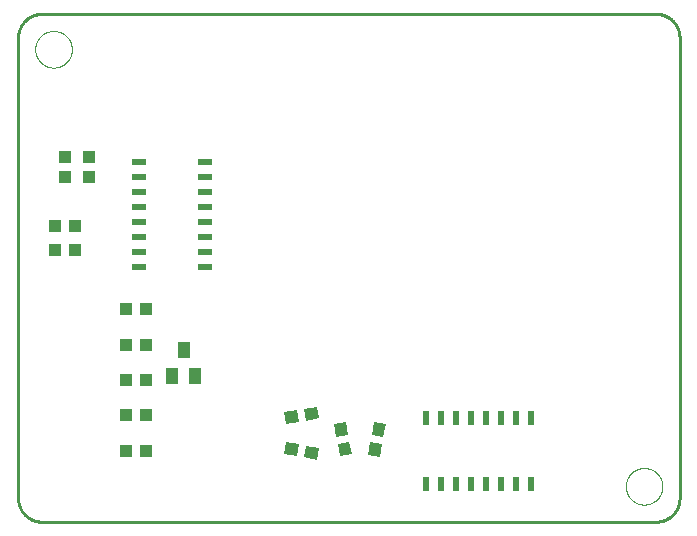
<source format=gbp>
G75*
%MOIN*%
%OFA0B0*%
%FSLAX25Y25*%
%IPPOS*%
%LPD*%
%AMOC8*
5,1,8,0,0,1.08239X$1,22.5*
%
%ADD10C,0.01000*%
%ADD11C,0.00000*%
%ADD12R,0.04331X0.03937*%
%ADD13R,0.03937X0.04331*%
%ADD14R,0.03937X0.05512*%
%ADD15R,0.04724X0.02362*%
%ADD16R,0.02362X0.04724*%
D10*
X0009374Y0001500D02*
X0214098Y0001500D01*
X0214288Y0001502D01*
X0214478Y0001509D01*
X0214668Y0001521D01*
X0214858Y0001537D01*
X0215047Y0001557D01*
X0215236Y0001583D01*
X0215424Y0001612D01*
X0215611Y0001647D01*
X0215797Y0001686D01*
X0215982Y0001729D01*
X0216167Y0001777D01*
X0216350Y0001829D01*
X0216531Y0001885D01*
X0216711Y0001946D01*
X0216890Y0002012D01*
X0217067Y0002081D01*
X0217243Y0002155D01*
X0217416Y0002233D01*
X0217588Y0002316D01*
X0217757Y0002402D01*
X0217925Y0002492D01*
X0218090Y0002587D01*
X0218253Y0002685D01*
X0218413Y0002788D01*
X0218571Y0002894D01*
X0218726Y0003004D01*
X0218879Y0003117D01*
X0219029Y0003235D01*
X0219175Y0003356D01*
X0219319Y0003480D01*
X0219460Y0003608D01*
X0219598Y0003739D01*
X0219733Y0003874D01*
X0219864Y0004012D01*
X0219992Y0004153D01*
X0220116Y0004297D01*
X0220237Y0004443D01*
X0220355Y0004593D01*
X0220468Y0004746D01*
X0220578Y0004901D01*
X0220684Y0005059D01*
X0220787Y0005219D01*
X0220885Y0005382D01*
X0220980Y0005547D01*
X0221070Y0005715D01*
X0221156Y0005884D01*
X0221239Y0006056D01*
X0221317Y0006229D01*
X0221391Y0006405D01*
X0221460Y0006582D01*
X0221526Y0006761D01*
X0221587Y0006941D01*
X0221643Y0007122D01*
X0221695Y0007305D01*
X0221743Y0007490D01*
X0221786Y0007675D01*
X0221825Y0007861D01*
X0221860Y0008048D01*
X0221889Y0008236D01*
X0221915Y0008425D01*
X0221935Y0008614D01*
X0221951Y0008804D01*
X0221963Y0008994D01*
X0221970Y0009184D01*
X0221972Y0009374D01*
X0221972Y0162917D01*
X0221970Y0163107D01*
X0221963Y0163297D01*
X0221951Y0163487D01*
X0221935Y0163677D01*
X0221915Y0163866D01*
X0221889Y0164055D01*
X0221860Y0164243D01*
X0221825Y0164430D01*
X0221786Y0164616D01*
X0221743Y0164801D01*
X0221695Y0164986D01*
X0221643Y0165169D01*
X0221587Y0165350D01*
X0221526Y0165530D01*
X0221460Y0165709D01*
X0221391Y0165886D01*
X0221317Y0166062D01*
X0221239Y0166235D01*
X0221156Y0166407D01*
X0221070Y0166576D01*
X0220980Y0166744D01*
X0220885Y0166909D01*
X0220787Y0167072D01*
X0220684Y0167232D01*
X0220578Y0167390D01*
X0220468Y0167545D01*
X0220355Y0167698D01*
X0220237Y0167848D01*
X0220116Y0167994D01*
X0219992Y0168138D01*
X0219864Y0168279D01*
X0219733Y0168417D01*
X0219598Y0168552D01*
X0219460Y0168683D01*
X0219319Y0168811D01*
X0219175Y0168935D01*
X0219029Y0169056D01*
X0218879Y0169174D01*
X0218726Y0169287D01*
X0218571Y0169397D01*
X0218413Y0169503D01*
X0218253Y0169606D01*
X0218090Y0169704D01*
X0217925Y0169799D01*
X0217757Y0169889D01*
X0217588Y0169975D01*
X0217416Y0170058D01*
X0217243Y0170136D01*
X0217067Y0170210D01*
X0216890Y0170279D01*
X0216711Y0170345D01*
X0216531Y0170406D01*
X0216350Y0170462D01*
X0216167Y0170514D01*
X0215982Y0170562D01*
X0215797Y0170605D01*
X0215611Y0170644D01*
X0215424Y0170679D01*
X0215236Y0170708D01*
X0215047Y0170734D01*
X0214858Y0170754D01*
X0214668Y0170770D01*
X0214478Y0170782D01*
X0214288Y0170789D01*
X0214098Y0170791D01*
X0009374Y0170791D01*
X0009184Y0170789D01*
X0008994Y0170782D01*
X0008804Y0170770D01*
X0008614Y0170754D01*
X0008425Y0170734D01*
X0008236Y0170708D01*
X0008048Y0170679D01*
X0007861Y0170644D01*
X0007675Y0170605D01*
X0007490Y0170562D01*
X0007305Y0170514D01*
X0007122Y0170462D01*
X0006941Y0170406D01*
X0006761Y0170345D01*
X0006582Y0170279D01*
X0006405Y0170210D01*
X0006229Y0170136D01*
X0006056Y0170058D01*
X0005884Y0169975D01*
X0005715Y0169889D01*
X0005547Y0169799D01*
X0005382Y0169704D01*
X0005219Y0169606D01*
X0005059Y0169503D01*
X0004901Y0169397D01*
X0004746Y0169287D01*
X0004593Y0169174D01*
X0004443Y0169056D01*
X0004297Y0168935D01*
X0004153Y0168811D01*
X0004012Y0168683D01*
X0003874Y0168552D01*
X0003739Y0168417D01*
X0003608Y0168279D01*
X0003480Y0168138D01*
X0003356Y0167994D01*
X0003235Y0167848D01*
X0003117Y0167698D01*
X0003004Y0167545D01*
X0002894Y0167390D01*
X0002788Y0167232D01*
X0002685Y0167072D01*
X0002587Y0166909D01*
X0002492Y0166744D01*
X0002402Y0166576D01*
X0002316Y0166407D01*
X0002233Y0166235D01*
X0002155Y0166062D01*
X0002081Y0165886D01*
X0002012Y0165709D01*
X0001946Y0165530D01*
X0001885Y0165350D01*
X0001829Y0165169D01*
X0001777Y0164986D01*
X0001729Y0164801D01*
X0001686Y0164616D01*
X0001647Y0164430D01*
X0001612Y0164243D01*
X0001583Y0164055D01*
X0001557Y0163866D01*
X0001537Y0163677D01*
X0001521Y0163487D01*
X0001509Y0163297D01*
X0001502Y0163107D01*
X0001500Y0162917D01*
X0001500Y0009374D01*
X0001502Y0009184D01*
X0001509Y0008994D01*
X0001521Y0008804D01*
X0001537Y0008614D01*
X0001557Y0008425D01*
X0001583Y0008236D01*
X0001612Y0008048D01*
X0001647Y0007861D01*
X0001686Y0007675D01*
X0001729Y0007490D01*
X0001777Y0007305D01*
X0001829Y0007122D01*
X0001885Y0006941D01*
X0001946Y0006761D01*
X0002012Y0006582D01*
X0002081Y0006405D01*
X0002155Y0006229D01*
X0002233Y0006056D01*
X0002316Y0005884D01*
X0002402Y0005715D01*
X0002492Y0005547D01*
X0002587Y0005382D01*
X0002685Y0005219D01*
X0002788Y0005059D01*
X0002894Y0004901D01*
X0003004Y0004746D01*
X0003117Y0004593D01*
X0003235Y0004443D01*
X0003356Y0004297D01*
X0003480Y0004153D01*
X0003608Y0004012D01*
X0003739Y0003874D01*
X0003874Y0003739D01*
X0004012Y0003608D01*
X0004153Y0003480D01*
X0004297Y0003356D01*
X0004443Y0003235D01*
X0004593Y0003117D01*
X0004746Y0003004D01*
X0004901Y0002894D01*
X0005059Y0002788D01*
X0005219Y0002685D01*
X0005382Y0002587D01*
X0005547Y0002492D01*
X0005715Y0002402D01*
X0005884Y0002316D01*
X0006056Y0002233D01*
X0006229Y0002155D01*
X0006405Y0002081D01*
X0006582Y0002012D01*
X0006761Y0001946D01*
X0006941Y0001885D01*
X0007122Y0001829D01*
X0007305Y0001777D01*
X0007490Y0001729D01*
X0007675Y0001686D01*
X0007861Y0001647D01*
X0008048Y0001612D01*
X0008236Y0001583D01*
X0008425Y0001557D01*
X0008614Y0001537D01*
X0008804Y0001521D01*
X0008994Y0001509D01*
X0009184Y0001502D01*
X0009374Y0001500D01*
D11*
X0204059Y0013311D02*
X0204061Y0013467D01*
X0204067Y0013623D01*
X0204077Y0013778D01*
X0204091Y0013933D01*
X0204109Y0014088D01*
X0204131Y0014242D01*
X0204156Y0014396D01*
X0204186Y0014549D01*
X0204220Y0014701D01*
X0204257Y0014853D01*
X0204298Y0015003D01*
X0204343Y0015152D01*
X0204392Y0015300D01*
X0204445Y0015447D01*
X0204501Y0015592D01*
X0204561Y0015736D01*
X0204625Y0015878D01*
X0204693Y0016019D01*
X0204764Y0016157D01*
X0204838Y0016294D01*
X0204916Y0016429D01*
X0204997Y0016562D01*
X0205082Y0016693D01*
X0205170Y0016822D01*
X0205261Y0016948D01*
X0205356Y0017072D01*
X0205453Y0017193D01*
X0205554Y0017312D01*
X0205658Y0017429D01*
X0205764Y0017542D01*
X0205874Y0017653D01*
X0205986Y0017761D01*
X0206101Y0017866D01*
X0206219Y0017969D01*
X0206339Y0018068D01*
X0206462Y0018164D01*
X0206587Y0018257D01*
X0206714Y0018346D01*
X0206844Y0018433D01*
X0206976Y0018516D01*
X0207110Y0018595D01*
X0207246Y0018672D01*
X0207384Y0018744D01*
X0207523Y0018814D01*
X0207665Y0018879D01*
X0207808Y0018941D01*
X0207952Y0018999D01*
X0208098Y0019054D01*
X0208246Y0019105D01*
X0208394Y0019152D01*
X0208544Y0019195D01*
X0208695Y0019234D01*
X0208847Y0019270D01*
X0208999Y0019301D01*
X0209153Y0019329D01*
X0209307Y0019353D01*
X0209461Y0019373D01*
X0209616Y0019389D01*
X0209772Y0019401D01*
X0209927Y0019409D01*
X0210083Y0019413D01*
X0210239Y0019413D01*
X0210395Y0019409D01*
X0210550Y0019401D01*
X0210706Y0019389D01*
X0210861Y0019373D01*
X0211015Y0019353D01*
X0211169Y0019329D01*
X0211323Y0019301D01*
X0211475Y0019270D01*
X0211627Y0019234D01*
X0211778Y0019195D01*
X0211928Y0019152D01*
X0212076Y0019105D01*
X0212224Y0019054D01*
X0212370Y0018999D01*
X0212514Y0018941D01*
X0212657Y0018879D01*
X0212799Y0018814D01*
X0212938Y0018744D01*
X0213076Y0018672D01*
X0213212Y0018595D01*
X0213346Y0018516D01*
X0213478Y0018433D01*
X0213608Y0018346D01*
X0213735Y0018257D01*
X0213860Y0018164D01*
X0213983Y0018068D01*
X0214103Y0017969D01*
X0214221Y0017866D01*
X0214336Y0017761D01*
X0214448Y0017653D01*
X0214558Y0017542D01*
X0214664Y0017429D01*
X0214768Y0017312D01*
X0214869Y0017193D01*
X0214966Y0017072D01*
X0215061Y0016948D01*
X0215152Y0016822D01*
X0215240Y0016693D01*
X0215325Y0016562D01*
X0215406Y0016429D01*
X0215484Y0016294D01*
X0215558Y0016157D01*
X0215629Y0016019D01*
X0215697Y0015878D01*
X0215761Y0015736D01*
X0215821Y0015592D01*
X0215877Y0015447D01*
X0215930Y0015300D01*
X0215979Y0015152D01*
X0216024Y0015003D01*
X0216065Y0014853D01*
X0216102Y0014701D01*
X0216136Y0014549D01*
X0216166Y0014396D01*
X0216191Y0014242D01*
X0216213Y0014088D01*
X0216231Y0013933D01*
X0216245Y0013778D01*
X0216255Y0013623D01*
X0216261Y0013467D01*
X0216263Y0013311D01*
X0216261Y0013155D01*
X0216255Y0012999D01*
X0216245Y0012844D01*
X0216231Y0012689D01*
X0216213Y0012534D01*
X0216191Y0012380D01*
X0216166Y0012226D01*
X0216136Y0012073D01*
X0216102Y0011921D01*
X0216065Y0011769D01*
X0216024Y0011619D01*
X0215979Y0011470D01*
X0215930Y0011322D01*
X0215877Y0011175D01*
X0215821Y0011030D01*
X0215761Y0010886D01*
X0215697Y0010744D01*
X0215629Y0010603D01*
X0215558Y0010465D01*
X0215484Y0010328D01*
X0215406Y0010193D01*
X0215325Y0010060D01*
X0215240Y0009929D01*
X0215152Y0009800D01*
X0215061Y0009674D01*
X0214966Y0009550D01*
X0214869Y0009429D01*
X0214768Y0009310D01*
X0214664Y0009193D01*
X0214558Y0009080D01*
X0214448Y0008969D01*
X0214336Y0008861D01*
X0214221Y0008756D01*
X0214103Y0008653D01*
X0213983Y0008554D01*
X0213860Y0008458D01*
X0213735Y0008365D01*
X0213608Y0008276D01*
X0213478Y0008189D01*
X0213346Y0008106D01*
X0213212Y0008027D01*
X0213076Y0007950D01*
X0212938Y0007878D01*
X0212799Y0007808D01*
X0212657Y0007743D01*
X0212514Y0007681D01*
X0212370Y0007623D01*
X0212224Y0007568D01*
X0212076Y0007517D01*
X0211928Y0007470D01*
X0211778Y0007427D01*
X0211627Y0007388D01*
X0211475Y0007352D01*
X0211323Y0007321D01*
X0211169Y0007293D01*
X0211015Y0007269D01*
X0210861Y0007249D01*
X0210706Y0007233D01*
X0210550Y0007221D01*
X0210395Y0007213D01*
X0210239Y0007209D01*
X0210083Y0007209D01*
X0209927Y0007213D01*
X0209772Y0007221D01*
X0209616Y0007233D01*
X0209461Y0007249D01*
X0209307Y0007269D01*
X0209153Y0007293D01*
X0208999Y0007321D01*
X0208847Y0007352D01*
X0208695Y0007388D01*
X0208544Y0007427D01*
X0208394Y0007470D01*
X0208246Y0007517D01*
X0208098Y0007568D01*
X0207952Y0007623D01*
X0207808Y0007681D01*
X0207665Y0007743D01*
X0207523Y0007808D01*
X0207384Y0007878D01*
X0207246Y0007950D01*
X0207110Y0008027D01*
X0206976Y0008106D01*
X0206844Y0008189D01*
X0206714Y0008276D01*
X0206587Y0008365D01*
X0206462Y0008458D01*
X0206339Y0008554D01*
X0206219Y0008653D01*
X0206101Y0008756D01*
X0205986Y0008861D01*
X0205874Y0008969D01*
X0205764Y0009080D01*
X0205658Y0009193D01*
X0205554Y0009310D01*
X0205453Y0009429D01*
X0205356Y0009550D01*
X0205261Y0009674D01*
X0205170Y0009800D01*
X0205082Y0009929D01*
X0204997Y0010060D01*
X0204916Y0010193D01*
X0204838Y0010328D01*
X0204764Y0010465D01*
X0204693Y0010603D01*
X0204625Y0010744D01*
X0204561Y0010886D01*
X0204501Y0011030D01*
X0204445Y0011175D01*
X0204392Y0011322D01*
X0204343Y0011470D01*
X0204298Y0011619D01*
X0204257Y0011769D01*
X0204220Y0011921D01*
X0204186Y0012073D01*
X0204156Y0012226D01*
X0204131Y0012380D01*
X0204109Y0012534D01*
X0204091Y0012689D01*
X0204077Y0012844D01*
X0204067Y0012999D01*
X0204061Y0013155D01*
X0204059Y0013311D01*
X0007209Y0158980D02*
X0007211Y0159136D01*
X0007217Y0159292D01*
X0007227Y0159447D01*
X0007241Y0159602D01*
X0007259Y0159757D01*
X0007281Y0159911D01*
X0007306Y0160065D01*
X0007336Y0160218D01*
X0007370Y0160370D01*
X0007407Y0160522D01*
X0007448Y0160672D01*
X0007493Y0160821D01*
X0007542Y0160969D01*
X0007595Y0161116D01*
X0007651Y0161261D01*
X0007711Y0161405D01*
X0007775Y0161547D01*
X0007843Y0161688D01*
X0007914Y0161826D01*
X0007988Y0161963D01*
X0008066Y0162098D01*
X0008147Y0162231D01*
X0008232Y0162362D01*
X0008320Y0162491D01*
X0008411Y0162617D01*
X0008506Y0162741D01*
X0008603Y0162862D01*
X0008704Y0162981D01*
X0008808Y0163098D01*
X0008914Y0163211D01*
X0009024Y0163322D01*
X0009136Y0163430D01*
X0009251Y0163535D01*
X0009369Y0163638D01*
X0009489Y0163737D01*
X0009612Y0163833D01*
X0009737Y0163926D01*
X0009864Y0164015D01*
X0009994Y0164102D01*
X0010126Y0164185D01*
X0010260Y0164264D01*
X0010396Y0164341D01*
X0010534Y0164413D01*
X0010673Y0164483D01*
X0010815Y0164548D01*
X0010958Y0164610D01*
X0011102Y0164668D01*
X0011248Y0164723D01*
X0011396Y0164774D01*
X0011544Y0164821D01*
X0011694Y0164864D01*
X0011845Y0164903D01*
X0011997Y0164939D01*
X0012149Y0164970D01*
X0012303Y0164998D01*
X0012457Y0165022D01*
X0012611Y0165042D01*
X0012766Y0165058D01*
X0012922Y0165070D01*
X0013077Y0165078D01*
X0013233Y0165082D01*
X0013389Y0165082D01*
X0013545Y0165078D01*
X0013700Y0165070D01*
X0013856Y0165058D01*
X0014011Y0165042D01*
X0014165Y0165022D01*
X0014319Y0164998D01*
X0014473Y0164970D01*
X0014625Y0164939D01*
X0014777Y0164903D01*
X0014928Y0164864D01*
X0015078Y0164821D01*
X0015226Y0164774D01*
X0015374Y0164723D01*
X0015520Y0164668D01*
X0015664Y0164610D01*
X0015807Y0164548D01*
X0015949Y0164483D01*
X0016088Y0164413D01*
X0016226Y0164341D01*
X0016362Y0164264D01*
X0016496Y0164185D01*
X0016628Y0164102D01*
X0016758Y0164015D01*
X0016885Y0163926D01*
X0017010Y0163833D01*
X0017133Y0163737D01*
X0017253Y0163638D01*
X0017371Y0163535D01*
X0017486Y0163430D01*
X0017598Y0163322D01*
X0017708Y0163211D01*
X0017814Y0163098D01*
X0017918Y0162981D01*
X0018019Y0162862D01*
X0018116Y0162741D01*
X0018211Y0162617D01*
X0018302Y0162491D01*
X0018390Y0162362D01*
X0018475Y0162231D01*
X0018556Y0162098D01*
X0018634Y0161963D01*
X0018708Y0161826D01*
X0018779Y0161688D01*
X0018847Y0161547D01*
X0018911Y0161405D01*
X0018971Y0161261D01*
X0019027Y0161116D01*
X0019080Y0160969D01*
X0019129Y0160821D01*
X0019174Y0160672D01*
X0019215Y0160522D01*
X0019252Y0160370D01*
X0019286Y0160218D01*
X0019316Y0160065D01*
X0019341Y0159911D01*
X0019363Y0159757D01*
X0019381Y0159602D01*
X0019395Y0159447D01*
X0019405Y0159292D01*
X0019411Y0159136D01*
X0019413Y0158980D01*
X0019411Y0158824D01*
X0019405Y0158668D01*
X0019395Y0158513D01*
X0019381Y0158358D01*
X0019363Y0158203D01*
X0019341Y0158049D01*
X0019316Y0157895D01*
X0019286Y0157742D01*
X0019252Y0157590D01*
X0019215Y0157438D01*
X0019174Y0157288D01*
X0019129Y0157139D01*
X0019080Y0156991D01*
X0019027Y0156844D01*
X0018971Y0156699D01*
X0018911Y0156555D01*
X0018847Y0156413D01*
X0018779Y0156272D01*
X0018708Y0156134D01*
X0018634Y0155997D01*
X0018556Y0155862D01*
X0018475Y0155729D01*
X0018390Y0155598D01*
X0018302Y0155469D01*
X0018211Y0155343D01*
X0018116Y0155219D01*
X0018019Y0155098D01*
X0017918Y0154979D01*
X0017814Y0154862D01*
X0017708Y0154749D01*
X0017598Y0154638D01*
X0017486Y0154530D01*
X0017371Y0154425D01*
X0017253Y0154322D01*
X0017133Y0154223D01*
X0017010Y0154127D01*
X0016885Y0154034D01*
X0016758Y0153945D01*
X0016628Y0153858D01*
X0016496Y0153775D01*
X0016362Y0153696D01*
X0016226Y0153619D01*
X0016088Y0153547D01*
X0015949Y0153477D01*
X0015807Y0153412D01*
X0015664Y0153350D01*
X0015520Y0153292D01*
X0015374Y0153237D01*
X0015226Y0153186D01*
X0015078Y0153139D01*
X0014928Y0153096D01*
X0014777Y0153057D01*
X0014625Y0153021D01*
X0014473Y0152990D01*
X0014319Y0152962D01*
X0014165Y0152938D01*
X0014011Y0152918D01*
X0013856Y0152902D01*
X0013700Y0152890D01*
X0013545Y0152882D01*
X0013389Y0152878D01*
X0013233Y0152878D01*
X0013077Y0152882D01*
X0012922Y0152890D01*
X0012766Y0152902D01*
X0012611Y0152918D01*
X0012457Y0152938D01*
X0012303Y0152962D01*
X0012149Y0152990D01*
X0011997Y0153021D01*
X0011845Y0153057D01*
X0011694Y0153096D01*
X0011544Y0153139D01*
X0011396Y0153186D01*
X0011248Y0153237D01*
X0011102Y0153292D01*
X0010958Y0153350D01*
X0010815Y0153412D01*
X0010673Y0153477D01*
X0010534Y0153547D01*
X0010396Y0153619D01*
X0010260Y0153696D01*
X0010126Y0153775D01*
X0009994Y0153858D01*
X0009864Y0153945D01*
X0009737Y0154034D01*
X0009612Y0154127D01*
X0009489Y0154223D01*
X0009369Y0154322D01*
X0009251Y0154425D01*
X0009136Y0154530D01*
X0009024Y0154638D01*
X0008914Y0154749D01*
X0008808Y0154862D01*
X0008704Y0154979D01*
X0008603Y0155098D01*
X0008506Y0155219D01*
X0008411Y0155343D01*
X0008320Y0155469D01*
X0008232Y0155598D01*
X0008147Y0155729D01*
X0008066Y0155862D01*
X0007988Y0155997D01*
X0007914Y0156134D01*
X0007843Y0156272D01*
X0007775Y0156413D01*
X0007711Y0156555D01*
X0007651Y0156699D01*
X0007595Y0156844D01*
X0007542Y0156991D01*
X0007493Y0157139D01*
X0007448Y0157288D01*
X0007407Y0157438D01*
X0007370Y0157590D01*
X0007336Y0157742D01*
X0007306Y0157895D01*
X0007281Y0158049D01*
X0007259Y0158203D01*
X0007241Y0158358D01*
X0007227Y0158513D01*
X0007217Y0158668D01*
X0007211Y0158824D01*
X0007209Y0158980D01*
D12*
X0013902Y0099925D03*
X0020594Y0099925D03*
X0020594Y0092051D03*
X0013902Y0092051D03*
X0037524Y0072366D03*
X0044217Y0072366D03*
X0044217Y0060555D03*
X0037524Y0060555D03*
X0037524Y0048744D03*
X0044217Y0048744D03*
X0044217Y0036933D03*
X0037524Y0036933D03*
X0037524Y0025122D03*
X0044217Y0025122D03*
G36*
X0090903Y0028017D02*
X0095166Y0027265D01*
X0094483Y0023389D01*
X0090220Y0024141D01*
X0090903Y0028017D01*
G37*
G36*
X0097494Y0026855D02*
X0101757Y0026103D01*
X0101074Y0022227D01*
X0096811Y0022979D01*
X0097494Y0026855D01*
G37*
G36*
X0110749Y0034828D02*
X0111501Y0030565D01*
X0107625Y0029882D01*
X0106873Y0034145D01*
X0110749Y0034828D01*
G37*
G36*
X0119334Y0030447D02*
X0120086Y0034710D01*
X0123962Y0034027D01*
X0123210Y0029764D01*
X0119334Y0030447D01*
G37*
G36*
X0118172Y0023855D02*
X0118924Y0028118D01*
X0122800Y0027435D01*
X0122048Y0023172D01*
X0118172Y0023855D01*
G37*
G36*
X0111911Y0028236D02*
X0112663Y0023973D01*
X0108787Y0023290D01*
X0108035Y0027553D01*
X0111911Y0028236D01*
G37*
G36*
X0096811Y0039076D02*
X0101074Y0039828D01*
X0101757Y0035952D01*
X0097494Y0035200D01*
X0096811Y0039076D01*
G37*
G36*
X0090220Y0037914D02*
X0094483Y0038666D01*
X0095166Y0034790D01*
X0090903Y0034038D01*
X0090220Y0037914D01*
G37*
D13*
X0025122Y0116264D03*
X0025122Y0122957D03*
X0017248Y0122957D03*
X0017248Y0116264D03*
D14*
X0056698Y0058760D03*
X0052958Y0050098D03*
X0060439Y0050098D03*
D15*
X0063705Y0086362D03*
X0063705Y0091362D03*
X0063705Y0096362D03*
X0063705Y0101362D03*
X0063705Y0106362D03*
X0063705Y0111362D03*
X0063705Y0116362D03*
X0063705Y0121362D03*
X0041657Y0121362D03*
X0041657Y0116362D03*
X0041657Y0111362D03*
X0041657Y0106362D03*
X0041657Y0101362D03*
X0041657Y0096362D03*
X0041657Y0091362D03*
X0041657Y0086362D03*
D16*
X0137543Y0036146D03*
X0142543Y0036146D03*
X0147543Y0036146D03*
X0152543Y0036146D03*
X0157543Y0036146D03*
X0162543Y0036146D03*
X0167543Y0036146D03*
X0172543Y0036146D03*
X0172543Y0014098D03*
X0167543Y0014098D03*
X0162543Y0014098D03*
X0157543Y0014098D03*
X0152543Y0014098D03*
X0147543Y0014098D03*
X0142543Y0014098D03*
X0137543Y0014098D03*
M02*

</source>
